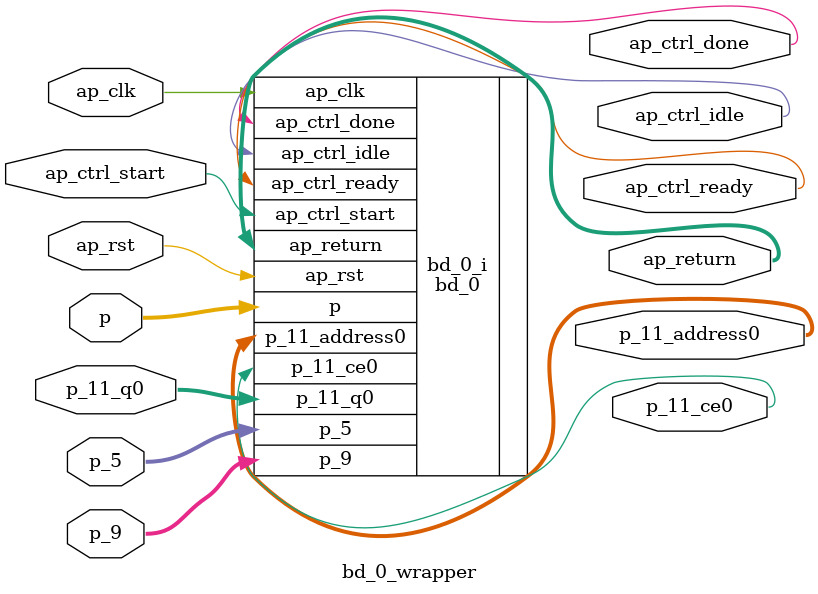
<source format=v>
`timescale 1 ps / 1 ps

module bd_0_wrapper
   (ap_clk,
    ap_ctrl_done,
    ap_ctrl_idle,
    ap_ctrl_ready,
    ap_ctrl_start,
    ap_return,
    ap_rst,
    p,
    p_11_address0,
    p_11_ce0,
    p_11_q0,
    p_5,
    p_9);
  input ap_clk;
  output ap_ctrl_done;
  output ap_ctrl_idle;
  output ap_ctrl_ready;
  input ap_ctrl_start;
  output [31:0]ap_return;
  input ap_rst;
  input [63:0]p;
  output [3:0]p_11_address0;
  output p_11_ce0;
  input [7:0]p_11_q0;
  input [7:0]p_5;
  input [7:0]p_9;

  wire ap_clk;
  wire ap_ctrl_done;
  wire ap_ctrl_idle;
  wire ap_ctrl_ready;
  wire ap_ctrl_start;
  wire [31:0]ap_return;
  wire ap_rst;
  wire [63:0]p;
  wire [3:0]p_11_address0;
  wire p_11_ce0;
  wire [7:0]p_11_q0;
  wire [7:0]p_5;
  wire [7:0]p_9;

  bd_0 bd_0_i
       (.ap_clk(ap_clk),
        .ap_ctrl_done(ap_ctrl_done),
        .ap_ctrl_idle(ap_ctrl_idle),
        .ap_ctrl_ready(ap_ctrl_ready),
        .ap_ctrl_start(ap_ctrl_start),
        .ap_return(ap_return),
        .ap_rst(ap_rst),
        .p(p),
        .p_11_address0(p_11_address0),
        .p_11_ce0(p_11_ce0),
        .p_11_q0(p_11_q0),
        .p_5(p_5),
        .p_9(p_9));
endmodule

</source>
